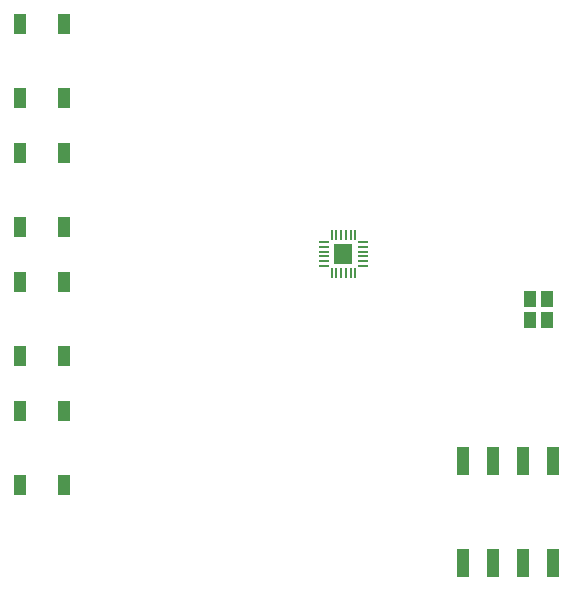
<source format=gtp>
G04 Layer_Color=8421504*
%FSLAX25Y25*%
%MOIN*%
G70*
G01*
G75*
%ADD10R,0.04331X0.05512*%
%ADD11R,0.03937X0.06693*%
%ADD12R,0.04449X0.09606*%
%ADD13R,0.06063X0.06693*%
%ADD14O,0.03543X0.00787*%
%ADD15O,0.00787X0.03543*%
D10*
X92047Y-22000D02*
D03*
X97953D02*
D03*
X92047Y-15000D02*
D03*
X97953D02*
D03*
D11*
X-77961Y-9236D02*
D03*
Y-34039D02*
D03*
X-63000Y-9236D02*
D03*
Y-34039D02*
D03*
X-77961Y33764D02*
D03*
Y8961D02*
D03*
X-63000Y33764D02*
D03*
Y8961D02*
D03*
X-77961Y-52236D02*
D03*
Y-77039D02*
D03*
X-63000Y-52236D02*
D03*
Y-77039D02*
D03*
X-77961Y76764D02*
D03*
Y51961D02*
D03*
X-63000Y76764D02*
D03*
Y51961D02*
D03*
D12*
X80000Y-69000D02*
D03*
X70000D02*
D03*
X90000D02*
D03*
X100000D02*
D03*
X70000Y-102858D02*
D03*
X80000D02*
D03*
X90000D02*
D03*
X100000D02*
D03*
D13*
X30000Y0D02*
D03*
D14*
X36425Y3937D02*
D03*
Y2362D02*
D03*
Y787D02*
D03*
Y-787D02*
D03*
Y-2362D02*
D03*
Y-3937D02*
D03*
X23575D02*
D03*
Y-2362D02*
D03*
Y-787D02*
D03*
Y787D02*
D03*
Y2362D02*
D03*
Y3937D02*
D03*
D15*
X33937Y-6425D02*
D03*
X32362D02*
D03*
X30787D02*
D03*
X29213D02*
D03*
X27638D02*
D03*
X26063D02*
D03*
Y6425D02*
D03*
X27638D02*
D03*
X29213D02*
D03*
X30787D02*
D03*
X32362D02*
D03*
X33937D02*
D03*
M02*

</source>
